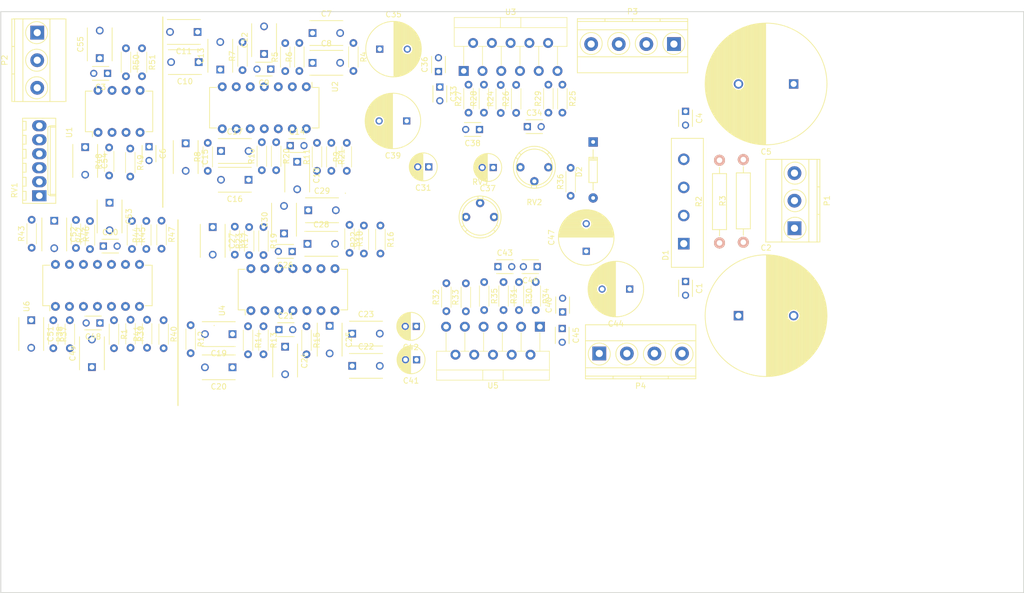
<source format=kicad_pcb>
(kicad_pcb (version 4) (host pcbnew 4.0.5+dfsg1-4)
  (layers (0 F.Cu signal) (31 B.Cu signal) (34 B.Paste user) (35 F.Paste user) (36 B.SilkS user) (37 F.SilkS user) (38 B.Mask user) (39 F.Mask user) (44 Edge.Cuts user))
  (net 0 "")
  (net 1 GND)
  (net 2 "Net-(C10-Pad2)")
  (net 3 "Net-(C12-Pad1)")
  (net 4 "Net-(C17-Pad2)")
  (net 5 +12V)
  (net 6 -12V)
  (net 7 "Net-(C25-Pad1)")
  (net 8 "Net-(C17-Pad1)")
  (net 9 "Net-(C18-Pad1)")
  (net 10 "Net-(C19-Pad2)")
  (net 11 "Net-(C24-Pad1)")
  (net 12 "Net-(C7-Pad1)")
  (net 13 "Net-(C7-Pad2)")
  (net 14 "Net-(C13-Pad1)")
  (net 15 "Net-(C15-Pad1)")
  (net 16 "Net-(C16-Pad1)")
  (net 17 "Net-(C19-Pad1)")
  (net 18 "Net-(C22-Pad2)")
  (net 19 "Net-(C27-Pad1)")
  (net 20 "Net-(C28-Pad1)")
  (net 21 "Net-(C29-Pad1)")
  (net 22 "Net-(C29-Pad2)")
  (net 23 "Net-(C30-Pad1)")
  (net 24 "Net-(R10-Pad1)")
  (net 25 "Net-(R11-Pad1)")
  (net 26 "Net-(R18-Pad1)")
  (net 27 "Net-(R19-Pad1)")
  (net 28 "Net-(RV1-Pad2)")
  (net 29 "Net-(RV1-Pad5)")
  (net 30 "Net-(C10-Pad1)")
  (net 31 "Net-(R24-Pad1)")
  (net 32 "Net-(C34-Pad1)")
  (net 33 "Net-(C22-Pad1)")
  (net 34 "Net-(C37-Pad2)")
  (net 35 "Net-(C38-Pad1)")
  (net 36 "Net-(C42-Pad2)")
  (net 37 "Net-(C43-Pad1)")
  (net 38 "Net-(C46-Pad1)")
  (net 39 "Net-(R27-Pad1)")
  (net 40 "Net-(R30-Pad1)")
  (net 41 "Net-(R33-Pad1)")
  (net 42 /right_high_out)
  (net 43 /right_low_out)
  (net 44 /left_high_out)
  (net 45 /left_low_out)
  (net 46 /-12VAC)
  (net 47 /+12VAC)
  (net 48 /right_tweeter_ph)
  (net 49 /left_tweeter_ph)
  (net 50 /right_woofer_in)
  (net 51 "Net-(C49-Pad2)")
  (net 52 "Net-(C51-Pad1)")
  (net 53 "Net-(C51-Pad2)")
  (net 54 "Net-(C52-Pad1)")
  (net 55 "Net-(C52-Pad2)")
  (net 56 /left_woofer_in)
  (net 57 "Net-(C53-Pad2)")
  (net 58 /right_in)
  (net 59 /left_in)
  (net 60 "Net-(R1-Pad1)")
  (net 61 "Net-(R39-Pad1)")
  (net 62 "Net-(R42-Pad1)")
  (net 63 "Net-(R44-Pad1)")
  (net 64 "Net-(R25-Pad2)")
  (net 65 "Net-(R32-Pad2)")
  (net 66 "Net-(C54-Pad2)")
  (net 67 "Net-(C55-Pad2)")
  (net 68 "Net-(C31-Pad1)")
  (net 69 "Net-(C37-Pad1)")
  (net 70 "Net-(C41-Pad1)")
  (net 71 "Net-(C42-Pad1)")
  (net 72 "Net-(RV2-Pad2)")
  (net 73 "Net-(RV3-Pad2)")
  (net 74 /Vs-6.8V)
  (module Diodes_ThroughHole:Diode_DO-35_SOD27_Horizontal_RM10 (layer F.Cu) (at 134.85336 39.85932 270)
    (fp_text reference D2 (at 5.43052 2.53746 270) (layer F.SilkS))
    (fp_text value 6.8V)
    (pad 2 thru_hole circle (at 10.16052 -0.00254 90) (size 1.69926 1.69926) (drill 0.70104) (layers *.Cu *.Mask) (net 74 /Vs-6.8V))
    (pad 1 thru_hole rect (at 0.00052 -0.00254 90) (size 1.69926 1.69926) (drill 0.70104) (layers *.Cu *.Mask) (net 5 +12V))
  )
  (module Capacitors_ThroughHole:C_Disc_D6_P5 (layer F.Cu) (at 45.42028 24.6507 90)
    (fp_text reference C55 (at 2.5 -3.5 90) (layer F.SilkS))
    (fp_text value 100n)
    (pad 1 thru_hole rect (at 0 0 90) (size 1.4 1.4) (drill 0.9) (layers *.Cu *.Mask) (net 56 /left_woofer_in))
    (pad 2 thru_hole circle (at 5 0 90) (size 1.4 1.4) (drill 0.9) (layers *.Cu *.Mask) (net 67 "Net-(C55-Pad2)"))
  )
  (module Capacitors_ThroughHole:C_Disc_D6_P5 (layer F.Cu) (at 42.78122 40.79748 270)
    (fp_text reference C54 (at 2.5 -3.5 270) (layer F.SilkS))
    (fp_text value 100n)
    (pad 1 thru_hole rect (at 0 0 270) (size 1.4 1.4) (drill 0.9) (layers *.Cu *.Mask) (net 50 /right_woofer_in))
    (pad 2 thru_hole circle (at 5 0 270) (size 1.4 1.4) (drill 0.9) (layers *.Cu *.Mask) (net 66 "Net-(C54-Pad2)"))
  )
  (module TO_SOT_Packages_THT:Multiwatt-11_Vertical_StaggeredType1 (layer F.Cu) (at 125.20168 73.37044 180)
    (fp_text reference U5 (at 8.5 -10.7 180) (layer F.SilkS))
    (fp_text value TDA7292)
    (pad 1 thru_hole rect (at 0 0 180) (size 1.8 1.8) (drill 1) (layers *.Cu *.Mask) (net 6 -12V))
    (pad 2 thru_hole oval (at 1.7 -5.08 180) (size 1.8 1.8) (drill 1) (layers *.Cu *.Mask) (net 44 /left_high_out))
    (pad 3 thru_hole oval (at 3.4 0 180) (size 1.8 1.8) (drill 1) (layers *.Cu *.Mask) (net 5 +12V))
    (pad 4 thru_hole oval (at 5.1 -5.08 180) (size 1.8 1.8) (drill 1) (layers *.Cu *.Mask) (net 45 /left_low_out))
    (pad 5 thru_hole oval (at 6.8 0 180) (size 1.8 1.8) (drill 1) (layers *.Cu *.Mask) (net 74 /Vs-6.8V))
    (pad 6 thru_hole oval (at 8.5 -5.08 180) (size 1.8 1.8) (drill 1) (layers *.Cu *.Mask) (net 6 -12V))
    (pad 7 thru_hole oval (at 10.2 0 180) (size 1.8 1.8) (drill 1) (layers *.Cu *.Mask) (net 70 "Net-(C41-Pad1)"))
    (pad 8 thru_hole oval (at 11.9 -5.08 180) (size 1.8 1.8) (drill 1) (layers *.Cu *.Mask) (net 73 "Net-(RV3-Pad2)"))
    (pad 9 thru_hole oval (at 13.6 0 180) (size 1.8 1.8) (drill 1) (layers *.Cu *.Mask) (net 1 GND))
    (pad 10 thru_hole oval (at 15.3 -5.08 180) (size 1.8 1.8) (drill 1) (layers *.Cu *.Mask) (net 41 "Net-(R33-Pad1)"))
    (pad 11 thru_hole oval (at 17 0 180) (size 1.8 1.8) (drill 1) (layers *.Cu *.Mask) (net 71 "Net-(C42-Pad1)"))
  )
  (module TO_SOT_Packages_THT:Multiwatt-11_Vertical_StaggeredType1 (layer F.Cu) (at 111.4 26.98)
    (fp_text reference U3 (at 8.5 -10.7) (layer F.SilkS))
    (fp_text value TDA7292)
    (pad 1 thru_hole rect (at 0 0) (size 1.8 1.8) (drill 1) (layers *.Cu *.Mask) (net 6 -12V))
    (pad 2 thru_hole oval (at 1.7 -5.08) (size 1.8 1.8) (drill 1) (layers *.Cu *.Mask) (net 42 /right_high_out))
    (pad 3 thru_hole oval (at 3.4 0) (size 1.8 1.8) (drill 1) (layers *.Cu *.Mask) (net 5 +12V))
    (pad 4 thru_hole oval (at 5.1 -5.08) (size 1.8 1.8) (drill 1) (layers *.Cu *.Mask) (net 43 /right_low_out))
    (pad 5 thru_hole oval (at 6.8 0) (size 1.8 1.8) (drill 1) (layers *.Cu *.Mask) (net 74 /Vs-6.8V))
    (pad 6 thru_hole oval (at 8.5 -5.08) (size 1.8 1.8) (drill 1) (layers *.Cu *.Mask) (net 6 -12V))
    (pad 7 thru_hole oval (at 10.2 0) (size 1.8 1.8) (drill 1) (layers *.Cu *.Mask) (net 68 "Net-(C31-Pad1)"))
    (pad 8 thru_hole oval (at 11.9 -5.08) (size 1.8 1.8) (drill 1) (layers *.Cu *.Mask) (net 72 "Net-(RV2-Pad2)"))
    (pad 9 thru_hole oval (at 13.6 0) (size 1.8 1.8) (drill 1) (layers *.Cu *.Mask) (net 1 GND))
    (pad 10 thru_hole oval (at 15.3 -5.08) (size 1.8 1.8) (drill 1) (layers *.Cu *.Mask) (net 39 "Net-(R27-Pad1)"))
    (pad 11 thru_hole oval (at 17 0) (size 1.8 1.8) (drill 1) (layers *.Cu *.Mask) (net 69 "Net-(C37-Pad1)"))
  )
  (module Potentiometers:Potentiometer_Bourns_3339P_Angular_ScrewUp (layer F.Cu) (at 111.82604 53.47208)
    (fp_text reference RV3 (at 2.54 -6.35) (layer F.SilkS))
    (fp_text value "1K POT")
    (pad 2 thru_hole circle (at 2.54 -2.54) (size 1.524 1.524) (drill 0.762) (layers *.Cu *.Mask) (net 73 "Net-(RV3-Pad2)"))
    (pad 1 thru_hole circle (at 0 0) (size 1.524 1.524) (drill 0.762) (layers *.Cu *.Mask) (net 65 "Net-(R32-Pad2)"))
    (pad 3 thru_hole circle (at 5.08 0) (size 1.524 1.524) (drill 0.762) (layers *.Cu *.Mask) (net 40 "Net-(R30-Pad1)"))
  )
  (module Potentiometers:Potentiometer_Bourns_3339P_Angular_ScrewUp (layer F.Cu) (at 126.746 44.45 180)
    (fp_text reference RV2 (at 2.54 -6.35 180) (layer F.SilkS))
    (fp_text value "1K POT")
    (pad 2 thru_hole circle (at 2.54 -2.54 180) (size 1.524 1.524) (drill 0.762) (layers *.Cu *.Mask) (net 72 "Net-(RV2-Pad2)"))
    (pad 1 thru_hole circle (at 0 0 180) (size 1.524 1.524) (drill 0.762) (layers *.Cu *.Mask) (net 64 "Net-(R25-Pad2)"))
    (pad 3 thru_hole circle (at 5.08 0 180) (size 1.524 1.524) (drill 0.762) (layers *.Cu *.Mask) (net 31 "Net-(R24-Pad1)"))
  )
  (module Housings_DIP:DIP-14_W7.62mm (layer F.Cu) (at 37.38524 69.6982 90)
    (fp_text reference U6 (at 0 -5.22 90) (layer F.SilkS))
    (fp_text value TL074)
    (pad 1 thru_hole oval (at 0 0 90) (size 1.6 1.6) (drill 0.8) (layers *.Cu *.Mask) (net 52 "Net-(C51-Pad1)"))
    (pad 2 thru_hole oval (at 0 2.54 90) (size 1.6 1.6) (drill 0.8) (layers *.Cu *.Mask) (net 51 "Net-(C49-Pad2)"))
    (pad 3 thru_hole oval (at 0 5.08 90) (size 1.6 1.6) (drill 0.8) (layers *.Cu *.Mask) (net 60 "Net-(R1-Pad1)"))
    (pad 4 thru_hole oval (at 0 7.62 90) (size 1.6 1.6) (drill 0.8) (layers *.Cu *.Mask) (net 5 +12V))
    (pad 5 thru_hole oval (at 0 10.16 90) (size 1.6 1.6) (drill 0.8) (layers *.Cu *.Mask) (net 61 "Net-(R39-Pad1)"))
    (pad 6 thru_hole oval (at 0 12.7 90) (size 1.6 1.6) (drill 0.8) (layers *.Cu *.Mask) (net 53 "Net-(C51-Pad2)"))
    (pad 7 thru_hole oval (at 0 15.24 90) (size 1.6 1.6) (drill 0.8) (layers *.Cu *.Mask) (net 48 /right_tweeter_ph))
    (pad 8 thru_hole oval (at 7.62 15.24 90) (size 1.6 1.6) (drill 0.8) (layers *.Cu *.Mask) (net 54 "Net-(C52-Pad1)"))
    (pad 9 thru_hole oval (at 7.62 12.7 90) (size 1.6 1.6) (drill 0.8) (layers *.Cu *.Mask) (net 57 "Net-(C53-Pad2)"))
    (pad 10 thru_hole oval (at 7.62 10.16 90) (size 1.6 1.6) (drill 0.8) (layers *.Cu *.Mask) (net 63 "Net-(R44-Pad1)"))
    (pad 11 thru_hole oval (at 7.62 7.62 90) (size 1.6 1.6) (drill 0.8) (layers *.Cu *.Mask) (net 6 -12V))
    (pad 12 thru_hole oval (at 7.62 5.08 90) (size 1.6 1.6) (drill 0.8) (layers *.Cu *.Mask) (net 62 "Net-(R42-Pad1)"))
    (pad 13 thru_hole oval (at 7.62 2.54 90) (size 1.6 1.6) (drill 0.8) (layers *.Cu *.Mask) (net 55 "Net-(C52-Pad2)"))
    (pad 14 thru_hole oval (at 7.62 0 90) (size 1.6 1.6) (drill 0.8) (layers *.Cu *.Mask) (net 49 /left_tweeter_ph))
  )
  (module Capacitors_ThroughHole:C_Disc_D6_P5 (layer F.Cu) (at 47.20234 50.87172 270)
    (fp_text reference C53 (at 2.5 -3.5 270) (layer F.SilkS))
    (fp_text value 100n)
    (pad 1 thru_hole rect (at 0 0 270) (size 1.4 1.4) (drill 0.9) (layers *.Cu *.Mask) (net 56 /left_woofer_in))
    (pad 2 thru_hole circle (at 5 0 270) (size 1.4 1.4) (drill 0.9) (layers *.Cu *.Mask) (net 57 "Net-(C53-Pad2)"))
  )
  (module Capacitors_ThroughHole:C_Disc_D6_P5 (layer F.Cu) (at 37.17188 54.13816 270)
    (fp_text reference C52 (at 2.5 -3.5 270) (layer F.SilkS))
    (fp_text value 100n)
    (pad 1 thru_hole rect (at 0 0 270) (size 1.4 1.4) (drill 0.9) (layers *.Cu *.Mask) (net 54 "Net-(C52-Pad1)"))
    (pad 2 thru_hole circle (at 5 0 270) (size 1.4 1.4) (drill 0.9) (layers *.Cu *.Mask) (net 55 "Net-(C52-Pad2)"))
  )
  (module Capacitors_ThroughHole:C_Disc_D6_P5 (layer F.Cu) (at 33 72.2 270)
    (fp_text reference C51 (at 2.5 -3.5 270) (layer F.SilkS))
    (fp_text value 100n)
    (pad 1 thru_hole rect (at 0 0 270) (size 1.4 1.4) (drill 0.9) (layers *.Cu *.Mask) (net 52 "Net-(C51-Pad1)"))
    (pad 2 thru_hole circle (at 5 0 270) (size 1.4 1.4) (drill 0.9) (layers *.Cu *.Mask) (net 53 "Net-(C51-Pad2)"))
  )
  (module Capacitors_ThroughHole:C_Disc_D3_P2.5 (layer F.Cu) (at 46.0714 58.75334)
    (fp_text reference C50 (at 1.25 -2.5) (layer F.SilkS))
    (fp_text value 100n)
    (pad 1 thru_hole rect (at 0 0) (size 1.3 1.3) (drill 0.8) (layers *.Cu *.Mask) (net 6 -12V))
    (pad 2 thru_hole circle (at 2.5 0) (size 1.3 1.3) (drill 0.8001) (layers *.Cu *.Mask) (net 1 GND))
  )
  (module Capacitors_ThroughHole:C_Disc_D6_P5 (layer F.Cu) (at 44 80.7 90)
    (fp_text reference C49 (at 2.5 -3.5 90) (layer F.SilkS))
    (fp_text value 100n)
    (pad 1 thru_hole rect (at 0 0 90) (size 1.4 1.4) (drill 0.9) (layers *.Cu *.Mask) (net 50 /right_woofer_in))
    (pad 2 thru_hole circle (at 5 0 90) (size 1.4 1.4) (drill 0.9) (layers *.Cu *.Mask) (net 51 "Net-(C49-Pad2)"))
  )
  (module Capacitors_ThroughHole:C_Disc_D3_P2.5 (layer F.Cu) (at 45.45736 72.7 180)
    (fp_text reference C48 (at 1.25 -2.5 180) (layer F.SilkS))
    (fp_text value 100n)
    (pad 1 thru_hole rect (at 0 0 180) (size 1.3 1.3) (drill 0.8) (layers *.Cu *.Mask) (net 5 +12V))
    (pad 2 thru_hole circle (at 2.5 0 180) (size 1.3 1.3) (drill 0.8001) (layers *.Cu *.Mask) (net 1 GND))
  )
  (module Capacitors_ThroughHole:C_Radial_D10_L20_P5 (layer F.Cu) (at 133.604 59.69 90)
    (fp_text reference C47 (at 2.5 -6.3 90) (layer F.SilkS))
    (fp_text value 1000u)
    (pad 1 thru_hole rect (at 0 0 90) (size 1.3 1.3) (drill 0.8) (layers *.Cu *.Mask) (net 5 +12V))
    (pad 2 thru_hole circle (at 5 0 90) (size 1.3 1.3) (drill 0.8) (layers *.Cu *.Mask) (net 1 GND))
  )
  (module Capacitors_ThroughHole:C_Radial_D22_L41_P10 (layer F.Cu) (at 171.20362 29.337 180)
    (fp_text reference C5 (at 5 -12.3 180) (layer F.SilkS))
    (fp_text value 6800u)
    (pad 1 thru_hole rect (at 0 0 180) (size 1.7 1.7) (drill 1.1) (layers *.Cu *.Mask) (net 1 GND))
    (pad 2 thru_hole circle (at 10 0 180) (size 1.7 1.7) (drill 1.1) (layers *.Cu *.Mask) (net 6 -12V))
  )
  (module Capacitors_ThroughHole:C_Radial_D22_L41_P10 (layer F.Cu) (at 161.20362 71.374)
    (fp_text reference C2 (at 5 -12.3) (layer F.SilkS))
    (fp_text value 6800u)
    (pad 1 thru_hole rect (at 0 0) (size 1.7 1.7) (drill 1.1) (layers *.Cu *.Mask) (net 5 +12V))
    (pad 2 thru_hole circle (at 10 0) (size 1.7 1.7) (drill 1.1) (layers *.Cu *.Mask) (net 1 GND))
  )
  (module Diodes_ThroughHole:Diode_Bridge_18.5x5.5 (layer F.Cu) (at 151.288096 58.305796 90)
    (fp_text reference D1 (at -2.1 -3.3 90) (layer F.SilkS))
    (fp_text value Diode_Bridge)
    (pad 3 thru_hole rect (at 0 0 90) (size 2.1 2.1) (drill 1.3) (layers *.Cu *.Mask) (net 5 +12V))
    (pad 2 thru_hole circle (at 5.1 0 90) (size 2.1 2.1) (drill 1.3) (layers *.Cu *.Mask) (net 46 /-12VAC))
    (pad 1 thru_hole circle (at 15.3 0 90) (size 2.1 2.1) (drill 1.3) (layers *.Cu *.Mask) (net 6 -12V))
    (pad 4 thru_hole circle (at 10.2 0 90) (size 2.1 2.1) (drill 1.3) (layers *.Cu *.Mask) (net 47 /+12VAC))
  )
  (module Connectors_Molex:Molex_KK-6410-06_06x2.54mm_Straight (layer F.Cu) (at 34.4678 49.6189 90)
    (fp_text reference RV1 (at 1 -4.5 90) (layer F.SilkS))
    (fp_text value DUAL_POT)
    (pad 1 thru_hole rect (at 0 0 90) (size 2 2.6) (drill 1.2) (layers *.Cu *.Mask) (net 58 /right_in))
    (pad 2 thru_hole oval (at 2.54 0 90) (size 2 2.6) (drill 1.2) (layers *.Cu *.Mask) (net 28 "Net-(RV1-Pad2)"))
    (pad 3 thru_hole oval (at 5.08 0 90) (size 2 2.6) (drill 1.2) (layers *.Cu *.Mask) (net 1 GND))
    (pad 4 thru_hole oval (at 7.62 0 90) (size 2 2.6) (drill 1.2) (layers *.Cu *.Mask) (net 59 /left_in))
    (pad 5 thru_hole oval (at 10.16 0 90) (size 2 2.6) (drill 1.2) (layers *.Cu *.Mask) (net 29 "Net-(RV1-Pad5)"))
    (pad 6 thru_hole oval (at 12.7 0 90) (size 2 2.6) (drill 1.2) (layers *.Cu *.Mask) (net 1 GND))
  )
  (module Terminal_Blocks:TerminalBlock_Pheonix_MKDS1.5-4pol (layer F.Cu) (at 149.5 22.1 180)
    (fp_text reference P3 (at 7.5 5.9 180) (layer F.SilkS))
    (fp_text value CONN_01X04)
    (pad 4 thru_hole circle (at 15 0 180) (size 2.5 2.5) (drill 1.3) (layers *.Cu *.Mask) (net 42 /right_high_out))
    (pad 3 thru_hole circle (at 10 0 180) (size 2.5 2.5) (drill 1.3) (layers *.Cu *.Mask) (net 1 GND))
    (pad 1 thru_hole rect (at 0 0 180) (size 2.5 2.5) (drill 1.3) (layers *.Cu *.Mask) (net 43 /right_low_out))
    (pad 2 thru_hole circle (at 5 0 180) (size 2.5 2.5) (drill 1.3) (layers *.Cu *.Mask) (net 1 GND))
  )
  (module Terminal_Blocks:TerminalBlock_Pheonix_MKDS1.5-4pol (layer F.Cu) (at 135.97 78.232)
    (fp_text reference P4 (at 7.5 5.9) (layer F.SilkS))
    (fp_text value CONN_01X04)
    (pad 4 thru_hole circle (at 15 0) (size 2.5 2.5) (drill 1.3) (layers *.Cu *.Mask) (net 44 /left_high_out))
    (pad 3 thru_hole circle (at 10 0) (size 2.5 2.5) (drill 1.3) (layers *.Cu *.Mask) (net 1 GND))
    (pad 1 thru_hole rect (at 0 0) (size 2.5 2.5) (drill 1.3) (layers *.Cu *.Mask) (net 45 /left_low_out))
    (pad 2 thru_hole circle (at 5 0) (size 2.5 2.5) (drill 1.3) (layers *.Cu *.Mask) (net 1 GND))
  )
  (module Terminal_Blocks:TerminalBlock_Pheonix_MKDS1.5-3pol (layer F.Cu) (at 34.0868 20.0279 270)
    (fp_text reference P2 (at 5 5.9 270) (layer F.SilkS))
    (fp_text value CONN_01X03)
    (pad 3 thru_hole circle (at 10 0 270) (size 2.5 2.5) (drill 1.3) (layers *.Cu *.Mask) (net 58 /right_in))
    (pad 1 thru_hole rect (at 0 0 270) (size 2.5 2.5) (drill 1.3) (layers *.Cu *.Mask) (net 59 /left_in))
    (pad 2 thru_hole circle (at 5 0 270) (size 2.5 2.5) (drill 1.3) (layers *.Cu *.Mask) (net 1 GND))
  )
  (module Capacitors_ThroughHole:C_Disc_D3_P2.5 (layer F.Cu) (at 124.714 62.484 180)
    (fp_text reference C46 (at 1.25 -2.5 180) (layer F.SilkS))
    (fp_text value 100n)
    (pad 1 thru_hole rect (at 0 0 180) (size 1.3 1.3) (drill 0.8) (layers *.Cu *.Mask) (net 38 "Net-(C46-Pad1)"))
    (pad 2 thru_hole circle (at 2.5 0 180) (size 1.3 1.3) (drill 0.8001) (layers *.Cu *.Mask) (net 1 GND))
  )
  (module Capacitors_ThroughHole:C_Disc_D3_P2.5 (layer F.Cu) (at 129.25298 73.6981 270)
    (fp_text reference C45 (at 1.25 -2.5 270) (layer F.SilkS))
    (fp_text value 100n)
    (pad 1 thru_hole rect (at 0 0 270) (size 1.3 1.3) (drill 0.8) (layers *.Cu *.Mask) (net 6 -12V))
    (pad 2 thru_hole circle (at 2.5 0 270) (size 1.3 1.3) (drill 0.8001) (layers *.Cu *.Mask) (net 1 GND))
  )
  (module Capacitors_ThroughHole:C_Radial_D10_L20_P5 (layer F.Cu) (at 141.478 66.548 180)
    (fp_text reference C44 (at 2.5 -6.3 180) (layer F.SilkS))
    (fp_text value 1000u)
    (pad 1 thru_hole rect (at 0 0 180) (size 1.3 1.3) (drill 0.8) (layers *.Cu *.Mask) (net 1 GND))
    (pad 2 thru_hole circle (at 5 0 180) (size 1.3 1.3) (drill 0.8) (layers *.Cu *.Mask) (net 6 -12V))
  )
  (module Capacitors_ThroughHole:C_Disc_D3_P2.5 (layer F.Cu) (at 117.602 62.484)
    (fp_text reference C43 (at 1.25 -2.5) (layer F.SilkS))
    (fp_text value 100n)
    (pad 1 thru_hole rect (at 0 0) (size 1.3 1.3) (drill 0.8) (layers *.Cu *.Mask) (net 37 "Net-(C43-Pad1)"))
    (pad 2 thru_hole circle (at 2.5 0) (size 1.3 1.3) (drill 0.8001) (layers *.Cu *.Mask) (net 1 GND))
  )
  (module Capacitors_ThroughHole:C_Radial_D5_L11_P2 (layer F.Cu) (at 102.80244 73.31202 180)
    (fp_text reference C42 (at 1 -3.8 180) (layer F.SilkS))
    (fp_text value 1u)
    (pad 1 thru_hole rect (at 0 0 180) (size 1.3 1.3) (drill 0.8) (layers *.Cu *.Mask) (net 71 "Net-(C42-Pad1)"))
    (pad 2 thru_hole circle (at 2 0 180) (size 1.3 1.3) (drill 0.8) (layers *.Cu *.Mask) (net 36 "Net-(C42-Pad2)"))
  )
  (module Capacitors_ThroughHole:C_Radial_D5_L11_P2 (layer F.Cu) (at 102.84714 79.36992 180)
    (fp_text reference C41 (at 1 -3.8 180) (layer F.SilkS))
    (fp_text value 1u)
    (pad 1 thru_hole rect (at 0 0 180) (size 1.3 1.3) (drill 0.8) (layers *.Cu *.Mask) (net 70 "Net-(C41-Pad1)"))
    (pad 2 thru_hole circle (at 2 0 180) (size 1.3 1.3) (drill 0.8) (layers *.Cu *.Mask) (net 33 "Net-(C22-Pad1)"))
  )
  (module Capacitors_ThroughHole:C_Disc_D3_P2.5 (layer F.Cu) (at 129.3241 70.70408 90)
    (fp_text reference C40 (at 1.25 -2.5 90) (layer F.SilkS))
    (fp_text value 100n)
    (pad 1 thru_hole rect (at 0 0 90) (size 1.3 1.3) (drill 0.8) (layers *.Cu *.Mask) (net 5 +12V))
    (pad 2 thru_hole circle (at 2.5 0 90) (size 1.3 1.3) (drill 0.8001) (layers *.Cu *.Mask) (net 1 GND))
  )
  (module Capacitors_ThroughHole:C_Radial_D10_L20_P5 (layer F.Cu) (at 101.06374 36.04476 180)
    (fp_text reference C39 (at 2.5 -6.3 180) (layer F.SilkS))
    (fp_text value 1000u)
    (pad 1 thru_hole rect (at 0 0 180) (size 1.3 1.3) (drill 0.8) (layers *.Cu *.Mask) (net 5 +12V))
    (pad 2 thru_hole circle (at 5 0 180) (size 1.3 1.3) (drill 0.8) (layers *.Cu *.Mask) (net 1 GND))
  )
  (module Capacitors_ThroughHole:C_Disc_D3_P2.5 (layer F.Cu) (at 114.26 37.592 180)
    (fp_text reference C38 (at 1.25 -2.5 180) (layer F.SilkS))
    (fp_text value 100n)
    (pad 1 thru_hole rect (at 0 0 180) (size 1.3 1.3) (drill 0.8) (layers *.Cu *.Mask) (net 35 "Net-(C38-Pad1)"))
    (pad 2 thru_hole circle (at 2.5 0 180) (size 1.3 1.3) (drill 0.8001) (layers *.Cu *.Mask) (net 1 GND))
  )
  (module Capacitors_ThroughHole:C_Radial_D5_L11_P2 (layer F.Cu) (at 116.74704 44.4881 180)
    (fp_text reference C37 (at 1 -3.8 180) (layer F.SilkS))
    (fp_text value 1u)
    (pad 1 thru_hole rect (at 0 0 180) (size 1.3 1.3) (drill 0.8) (layers *.Cu *.Mask) (net 69 "Net-(C37-Pad1)"))
    (pad 2 thru_hole circle (at 2 0 180) (size 1.3 1.3) (drill 0.8) (layers *.Cu *.Mask) (net 34 "Net-(C37-Pad2)"))
  )
  (module Capacitors_ThroughHole:C_Disc_D3_P2.5 (layer F.Cu) (at 106.82446 27.07412 90)
    (fp_text reference C36 (at 1.25 -2.5 90) (layer F.SilkS))
    (fp_text value 100n)
    (pad 1 thru_hole rect (at 0 0 90) (size 1.3 1.3) (drill 0.8) (layers *.Cu *.Mask) (net 6 -12V))
    (pad 2 thru_hole circle (at 2.5 0 90) (size 1.3 1.3) (drill 0.8001) (layers *.Cu *.Mask) (net 1 GND))
  )
  (module Capacitors_ThroughHole:C_Radial_D10_L20_P5 (layer F.Cu) (at 96.1755 23.0171)
    (fp_text reference C35 (at 2.5 -6.3) (layer F.SilkS))
    (fp_text value 1000u)
    (pad 1 thru_hole rect (at 0 0) (size 1.3 1.3) (drill 0.8) (layers *.Cu *.Mask) (net 1 GND))
    (pad 2 thru_hole circle (at 5 0) (size 1.3 1.3) (drill 0.8) (layers *.Cu *.Mask) (net 6 -12V))
  )
  (module Capacitors_ThroughHole:C_Disc_D3_P2.5 (layer F.Cu) (at 122.936 37.084)
    (fp_text reference C34 (at 1.25 -2.5) (layer F.SilkS))
    (fp_text value 100n)
    (pad 1 thru_hole rect (at 0 0) (size 1.3 1.3) (drill 0.8) (layers *.Cu *.Mask) (net 32 "Net-(C34-Pad1)"))
    (pad 2 thru_hole circle (at 2.5 0) (size 1.3 1.3) (drill 0.8001) (layers *.Cu *.Mask) (net 1 GND))
  )
  (module Capacitors_ThroughHole:C_Disc_D3_P2.5 (layer F.Cu) (at 107.0683 29.88716 270)
    (fp_text reference C33 (at 1.25 -2.5 270) (layer F.SilkS))
    (fp_text value 100n)
    (pad 1 thru_hole rect (at 0 0 270) (size 1.3 1.3) (drill 0.8) (layers *.Cu *.Mask) (net 5 +12V))
    (pad 2 thru_hole circle (at 2.5 0 270) (size 1.3 1.3) (drill 0.8001) (layers *.Cu *.Mask) (net 1 GND))
  )
  (module Capacitors_ThroughHole:C_Radial_D5_L11_P2 (layer F.Cu) (at 105.06272 44.3785 180)
    (fp_text reference C31 (at 1 -3.8 180) (layer F.SilkS))
    (fp_text value 1u)
    (pad 1 thru_hole rect (at 0 0 180) (size 1.3 1.3) (drill 0.8) (layers *.Cu *.Mask) (net 68 "Net-(C31-Pad1)"))
    (pad 2 thru_hole circle (at 2 0 180) (size 1.3 1.3) (drill 0.8) (layers *.Cu *.Mask) (net 30 "Net-(C10-Pad1)"))
  )
  (module Housings_DIP:DIP-14_W7.62mm (layer F.Cu) (at 72.8182 70.45784 90)
    (fp_text reference U4 (at 0 -5.22 90) (layer F.SilkS))
    (fp_text value TL074)
    (pad 1 thru_hole oval (at 0 0 90) (size 1.6 1.6) (drill 0.8) (layers *.Cu *.Mask) (net 17 "Net-(C19-Pad1)"))
    (pad 2 thru_hole oval (at 0 2.54 90) (size 1.6 1.6) (drill 0.8) (layers *.Cu *.Mask) (net 17 "Net-(C19-Pad1)"))
    (pad 3 thru_hole oval (at 0 5.08 90) (size 1.6 1.6) (drill 0.8) (layers *.Cu *.Mask) (net 11 "Net-(C24-Pad1)"))
    (pad 4 thru_hole oval (at 0 7.62 90) (size 1.6 1.6) (drill 0.8) (layers *.Cu *.Mask) (net 5 +12V))
    (pad 5 thru_hole oval (at 0 10.16 90) (size 1.6 1.6) (drill 0.8) (layers *.Cu *.Mask) (net 7 "Net-(C25-Pad1)"))
    (pad 6 thru_hole oval (at 0 12.7 90) (size 1.6 1.6) (drill 0.8) (layers *.Cu *.Mask) (net 33 "Net-(C22-Pad1)"))
    (pad 7 thru_hole oval (at 0 15.24 90) (size 1.6 1.6) (drill 0.8) (layers *.Cu *.Mask) (net 33 "Net-(C22-Pad1)"))
    (pad 8 thru_hole oval (at 7.62 15.24 90) (size 1.6 1.6) (drill 0.8) (layers *.Cu *.Mask) (net 22 "Net-(C29-Pad2)"))
    (pad 9 thru_hole oval (at 7.62 12.7 90) (size 1.6 1.6) (drill 0.8) (layers *.Cu *.Mask) (net 22 "Net-(C29-Pad2)"))
    (pad 10 thru_hole oval (at 7.62 10.16 90) (size 1.6 1.6) (drill 0.8) (layers *.Cu *.Mask) (net 20 "Net-(C28-Pad1)"))
    (pad 11 thru_hole oval (at 7.62 7.62 90) (size 1.6 1.6) (drill 0.8) (layers *.Cu *.Mask) (net 6 -12V))
    (pad 12 thru_hole oval (at 7.62 5.08 90) (size 1.6 1.6) (drill 0.8) (layers *.Cu *.Mask) (net 23 "Net-(C30-Pad1)"))
    (pad 13 thru_hole oval (at 7.62 2.54 90) (size 1.6 1.6) (drill 0.8) (layers *.Cu *.Mask) (net 36 "Net-(C42-Pad2)"))
    (pad 14 thru_hole oval (at 7.62 0 90) (size 1.6 1.6) (drill 0.8) (layers *.Cu *.Mask) (net 36 "Net-(C42-Pad2)"))
  )
  (module Housings_DIP:DIP-8_W7.62mm (layer F.Cu) (at 45.1104 38.1254 90)
    (fp_text reference U1 (at 0 -5.22 90) (layer F.SilkS))
    (fp_text value TL072)
    (pad 1 thru_hole oval (at 0 0 90) (size 1.6 1.6) (drill 0.8) (layers *.Cu *.Mask) (net 50 /right_woofer_in))
    (pad 2 thru_hole oval (at 0 2.54 90) (size 1.6 1.6) (drill 0.8) (layers *.Cu *.Mask) (net 66 "Net-(C54-Pad2)"))
    (pad 3 thru_hole oval (at 0 5.08 90) (size 1.6 1.6) (drill 0.8) (layers *.Cu *.Mask) (net 28 "Net-(RV1-Pad2)"))
    (pad 4 thru_hole oval (at 0 7.62 90) (size 1.6 1.6) (drill 0.8) (layers *.Cu *.Mask) (net 6 -12V))
    (pad 5 thru_hole oval (at 7.62 7.62 90) (size 1.6 1.6) (drill 0.8) (layers *.Cu *.Mask) (net 29 "Net-(RV1-Pad5)"))
    (pad 6 thru_hole oval (at 7.62 5.08 90) (size 1.6 1.6) (drill 0.8) (layers *.Cu *.Mask) (net 67 "Net-(C55-Pad2)"))
    (pad 7 thru_hole oval (at 7.62 2.54 90) (size 1.6 1.6) (drill 0.8) (layers *.Cu *.Mask) (net 56 /left_woofer_in))
    (pad 8 thru_hole oval (at 7.62 0 90) (size 1.6 1.6) (drill 0.8) (layers *.Cu *.Mask) (net 5 +12V))
  )
  (module Capacitors_ThroughHole:C_Disc_D6_P5 (layer F.Cu) (at 78.82276 56.46626 90)
    (fp_text reference C30 (at 2.5 -3.5 90) (layer F.SilkS))
    (fp_text value 100n)
    (pad 1 thru_hole rect (at 0 0 90) (size 1.4 1.4) (drill 0.9) (layers *.Cu *.Mask) (net 23 "Net-(C30-Pad1)"))
    (pad 2 thru_hole circle (at 5 0 90) (size 1.4 1.4) (drill 0.9) (layers *.Cu *.Mask) (net 21 "Net-(C29-Pad1)"))
  )
  (module Capacitors_ThroughHole:C_Disc_D6_P5 (layer F.Cu) (at 83.21442 52.24858)
    (fp_text reference C29 (at 2.5 -3.5) (layer F.SilkS))
    (fp_text value 100n)
    (pad 1 thru_hole rect (at 0 0) (size 1.4 1.4) (drill 0.9) (layers *.Cu *.Mask) (net 21 "Net-(C29-Pad1)"))
    (pad 2 thru_hole circle (at 5 0) (size 1.4 1.4) (drill 0.9) (layers *.Cu *.Mask) (net 22 "Net-(C29-Pad2)"))
  )
  (module Capacitors_ThroughHole:C_Disc_D3_P2.5 (layer F.Cu) (at 80.29914 59.71364 180)
    (fp_text reference C26 (at 1.25 -2.5 180) (layer F.SilkS))
    (fp_text value 100n)
    (pad 1 thru_hole rect (at 0 0 180) (size 1.3 1.3) (drill 0.8) (layers *.Cu *.Mask) (net 6 -12V))
    (pad 2 thru_hole circle (at 2.5 0 180) (size 1.3 1.3) (drill 0.8001) (layers *.Cu *.Mask) (net 1 GND))
  )
  (module Capacitors_ThroughHole:C_Disc_D3_P2.5 (layer F.Cu) (at 77.90518 73.91224)
    (fp_text reference C21 (at 1.25 -2.5) (layer F.SilkS))
    (fp_text value 100n)
    (pad 1 thru_hole rect (at 0 0) (size 1.3 1.3) (drill 0.8) (layers *.Cu *.Mask) (net 1 GND))
    (pad 2 thru_hole circle (at 2.5 0) (size 1.3 1.3) (drill 0.8001) (layers *.Cu *.Mask) (net 5 +12V))
  )
  (module Capacitors_ThroughHole:C_Disc_D6_P5 (layer F.Cu) (at 72.4 46.713366 180)
    (fp_text reference C16 (at 2.5 -3.5 180) (layer F.SilkS))
    (fp_text value 100n)
    (pad 1 thru_hole rect (at 0 0 180) (size 1.4 1.4) (drill 0.9) (layers *.Cu *.Mask) (net 16 "Net-(C16-Pad1)"))
    (pad 2 thru_hole circle (at 5 0 180) (size 1.4 1.4) (drill 0.9) (layers *.Cu *.Mask) (net 15 "Net-(C15-Pad1)"))
  )
  (module Capacitors_ThroughHole:C_Disc_D6_P5 (layer F.Cu) (at 61 40.1 270)
    (fp_text reference C15 (at 2.5 -3.5 270) (layer F.SilkS))
    (fp_text value 100n)
    (pad 1 thru_hole rect (at 0 0 270) (size 1.4 1.4) (drill 0.9) (layers *.Cu *.Mask) (net 15 "Net-(C15-Pad1)"))
    (pad 2 thru_hole circle (at 5 0 270) (size 1.4 1.4) (drill 0.9) (layers *.Cu *.Mask) (net 48 /right_tweeter_ph))
  )
  (module Capacitors_ThroughHole:C_Disc_D6_P5 (layer F.Cu) (at 67.26722 26.7283 90)
    (fp_text reference C13 (at 2.5 -3.5 90) (layer F.SilkS))
    (fp_text value 100n)
    (pad 1 thru_hole rect (at 0 0 90) (size 1.4 1.4) (drill 0.9) (layers *.Cu *.Mask) (net 14 "Net-(C13-Pad1)"))
    (pad 2 thru_hole circle (at 5 0 90) (size 1.4 1.4) (drill 0.9) (layers *.Cu *.Mask) (net 1 GND))
  )
  (module Capacitors_ThroughHole:C_Disc_D3_P2.5 (layer F.Cu) (at 76.424478 26.644826 180)
    (fp_text reference C9 (at 1.25 -2.5 180) (layer F.SilkS))
    (fp_text value 100n)
    (pad 1 thru_hole rect (at 0 0 180) (size 1.3 1.3) (drill 0.8) (layers *.Cu *.Mask) (net 1 GND))
    (pad 2 thru_hole circle (at 2.5 0 180) (size 1.3 1.3) (drill 0.8001) (layers *.Cu *.Mask) (net 5 +12V))
  )
  (module Capacitors_ThroughHole:C_Disc_D3_P2.5 (layer F.Cu) (at 54.35346 40.7289 270)
    (fp_text reference C6 (at 1.25 -2.5 270) (layer F.SilkS))
    (fp_text value 100n)
    (pad 1 thru_hole rect (at 0 0 270) (size 1.3 1.3) (drill 0.8) (layers *.Cu *.Mask) (net 6 -12V))
    (pad 2 thru_hole circle (at 2.5 0 270) (size 1.3 1.3) (drill 0.8001) (layers *.Cu *.Mask) (net 1 GND))
  )
  (module Capacitors_ThroughHole:C_Disc_D3_P2.5 (layer F.Cu) (at 151.605596 34.302796 270)
    (fp_text reference C4 (at 1.25 -2.5 270) (layer F.SilkS))
    (fp_text value 100n)
    (pad 1 thru_hole rect (at 0 0 270) (size 1.3 1.3) (drill 0.8) (layers *.Cu *.Mask) (net 1 GND))
    (pad 2 thru_hole circle (at 2.5 0 270) (size 1.3 1.3) (drill 0.8001) (layers *.Cu *.Mask) (net 6 -12V))
  )
  (module Capacitors_ThroughHole:C_Disc_D3_P2.5 (layer F.Cu) (at 46.83252 27.41422 180)
    (fp_text reference C3 (at 1.25 -2.5 180) (layer F.SilkS))
    (fp_text value 100n)
    (pad 1 thru_hole rect (at 0 0 180) (size 1.3 1.3) (drill 0.8) (layers *.Cu *.Mask) (net 1 GND))
    (pad 2 thru_hole circle (at 2.5 0 180) (size 1.3 1.3) (drill 0.8001) (layers *.Cu *.Mask) (net 5 +12V))
  )
  (module Resistors_ThroughHole:Resistor_Horizontal_RM15mm (layer F.Cu) (at 162.083096 58.051796 90)
    (fp_text reference R3 (at 7.5 -3.74904 90) (layer F.SilkS))
    (fp_text value "1K 1W")
    (pad 1 thru_hole circle (at 0 0 90) (size 1.99898 1.99898) (drill 1.00076) (layers *.Cu *.SilkS *.Mask) (net 1 GND))
    (pad 2 thru_hole circle (at 15 0 90) (size 1.99898 1.99898) (drill 1.00076) (layers *.Cu *.SilkS *.Mask) (net 6 -12V))
  )
  (module Resistors_ThroughHole:Resistor_Horizontal_RM15mm (layer F.Cu) (at 157.765096 58.178796 90)
    (fp_text reference R2 (at 7.5 -3.74904 90) (layer F.SilkS))
    (fp_text value "1K 1W")
    (pad 1 thru_hole circle (at 0 0 90) (size 1.99898 1.99898) (drill 1.00076) (layers *.Cu *.SilkS *.Mask) (net 5 +12V))
    (pad 2 thru_hole circle (at 15 0 90) (size 1.99898 1.99898) (drill 1.00076) (layers *.Cu *.SilkS *.Mask) (net 1 GND))
  )
  (module Capacitors_ThroughHole:C_Disc_D6_P5 (layer F.Cu) (at 83.07472 58.34204)
    (fp_text reference C28 (at 2.5 -3.5) (layer F.SilkS))
    (fp_text value 100n)
    (pad 1 thru_hole rect (at 0 0) (size 1.4 1.4) (drill 0.9) (layers *.Cu *.Mask) (net 20 "Net-(C28-Pad1)"))
    (pad 2 thru_hole circle (at 5 0) (size 1.4 1.4) (drill 0.9) (layers *.Cu *.Mask) (net 19 "Net-(C27-Pad1)"))
  )
  (module Capacitors_ThroughHole:C_Disc_D6_P5 (layer F.Cu) (at 87.1 73.2239 270)
    (fp_text reference C25 (at 2.5 -3.5 270) (layer F.SilkS))
    (fp_text value 100n)
    (pad 1 thru_hole rect (at 0 0 270) (size 1.4 1.4) (drill 0.9) (layers *.Cu *.Mask) (net 7 "Net-(C25-Pad1)"))
    (pad 2 thru_hole circle (at 5 0 270) (size 1.4 1.4) (drill 0.9) (layers *.Cu *.Mask) (net 1 GND))
  )
  (module Capacitors_ThroughHole:C_Disc_D6_P5 (layer F.Cu) (at 79.0285 77.00976 270)
    (fp_text reference C24 (at 2.5 -3.5 270) (layer F.SilkS))
    (fp_text value 100n)
    (pad 1 thru_hole rect (at 0 0 270) (size 1.4 1.4) (drill 0.9) (layers *.Cu *.Mask) (net 11 "Net-(C24-Pad1)"))
    (pad 2 thru_hole circle (at 5 0 270) (size 1.4 1.4) (drill 0.9) (layers *.Cu *.Mask) (net 1 GND))
  )
  (module Capacitors_ThroughHole:C_Disc_D6_P5 (layer F.Cu) (at 91.18198 74.62786)
    (fp_text reference C23 (at 2.5 -3.5) (layer F.SilkS))
    (fp_text value 100n)
    (pad 1 thru_hole rect (at 0 0) (size 1.4 1.4) (drill 0.9) (layers *.Cu *.Mask) (net 33 "Net-(C22-Pad1)"))
    (pad 2 thru_hole circle (at 5 0) (size 1.4 1.4) (drill 0.9) (layers *.Cu *.Mask) (net 18 "Net-(C22-Pad2)"))
  )
  (module Capacitors_ThroughHole:C_Disc_D6_P5 (layer F.Cu) (at 84 25.5)
    (fp_text reference C8 (at 2.5 -3.5) (layer F.SilkS))
    (fp_text value 100n)
    (pad 1 thru_hole rect (at 0 0) (size 1.4 1.4) (drill 0.9) (layers *.Cu *.Mask) (net 12 "Net-(C7-Pad1)"))
    (pad 2 thru_hole circle (at 5 0) (size 1.4 1.4) (drill 0.9) (layers *.Cu *.Mask) (net 13 "Net-(C7-Pad2)"))
  )
  (module Capacitors_ThroughHole:C_Disc_D6_P5 (layer F.Cu) (at 84 20.1)
    (fp_text reference C7 (at 2.5 -3.5) (layer F.SilkS))
    (fp_text value 100n)
    (pad 1 thru_hole rect (at 0 0) (size 1.4 1.4) (drill 0.9) (layers *.Cu *.Mask) (net 12 "Net-(C7-Pad1)"))
    (pad 2 thru_hole circle (at 5 0) (size 1.4 1.4) (drill 0.9) (layers *.Cu *.Mask) (net 13 "Net-(C7-Pad2)"))
  )
  (module Capacitors_ThroughHole:C_Disc_D3_P2.5 (layer F.Cu) (at 151.605596 65.163796 270)
    (fp_text reference C1 (at 1.25 -2.5 270) (layer F.SilkS))
    (fp_text value 100n)
    (pad 1 thru_hole rect (at 0 0 270) (size 1.3 1.3) (drill 0.8) (layers *.Cu *.Mask) (net 5 +12V))
    (pad 2 thru_hole circle (at 2.5 0 270) (size 1.3 1.3) (drill 0.8001) (layers *.Cu *.Mask) (net 1 GND))
  )
  (module Capacitors_ThroughHole:C_Disc_D3_P2.5 (layer F.Cu) (at 79.942478 40.520206)
    (fp_text reference C14 (at 1.25 -2.5) (layer F.SilkS))
    (fp_text value 100n)
    (pad 1 thru_hole rect (at 0 0) (size 1.3 1.3) (drill 0.8) (layers *.Cu *.Mask) (net 6 -12V))
    (pad 2 thru_hole circle (at 2.5 0) (size 1.3 1.3) (drill 0.8001) (layers *.Cu *.Mask) (net 1 GND))
  )
  (module Capacitors_ThroughHole:C_Disc_D6_P5 (layer F.Cu) (at 91.18198 80.48764)
    (fp_text reference C22 (at 2.5 -3.5) (layer F.SilkS))
    (fp_text value 100n)
    (pad 1 thru_hole rect (at 0 0) (size 1.4 1.4) (drill 0.9) (layers *.Cu *.Mask) (net 33 "Net-(C22-Pad1)"))
    (pad 2 thru_hole circle (at 5 0) (size 1.4 1.4) (drill 0.9) (layers *.Cu *.Mask) (net 18 "Net-(C22-Pad2)"))
  )
  (module Capacitors_ThroughHole:C_Disc_D6_P5 (layer F.Cu) (at 69.4874 80.7487 180)
    (fp_text reference C20 (at 2.5 -3.5 180) (layer F.SilkS))
    (fp_text value 100n)
    (pad 1 thru_hole rect (at 0 0 180) (size 1.4 1.4) (drill 0.9) (layers *.Cu *.Mask) (net 17 "Net-(C19-Pad1)"))
    (pad 2 thru_hole circle (at 5 0 180) (size 1.4 1.4) (drill 0.9) (layers *.Cu *.Mask) (net 10 "Net-(C19-Pad2)"))
  )
  (module Capacitors_ThroughHole:C_Disc_D6_P5 (layer F.Cu) (at 69.49122 74.71874 180)
    (fp_text reference C19 (at 2.5 -3.5 180) (layer F.SilkS))
    (fp_text value 100n)
    (pad 1 thru_hole rect (at 0 0 180) (size 1.4 1.4) (drill 0.9) (layers *.Cu *.Mask) (net 17 "Net-(C19-Pad1)"))
    (pad 2 thru_hole circle (at 5 0 180) (size 1.4 1.4) (drill 0.9) (layers *.Cu *.Mask) (net 10 "Net-(C19-Pad2)"))
  )
  (module Capacitors_ThroughHole:C_Disc_D6_P5 (layer F.Cu) (at 81.212478 43.445646 270)
    (fp_text reference C18 (at 2.5 -3.5 270) (layer F.SilkS))
    (fp_text value 100n)
    (pad 1 thru_hole rect (at 0 0 270) (size 1.4 1.4) (drill 0.9) (layers *.Cu *.Mask) (net 9 "Net-(C18-Pad1)"))
    (pad 2 thru_hole circle (at 5 0 270) (size 1.4 1.4) (drill 0.9) (layers *.Cu *.Mask) (net 8 "Net-(C17-Pad1)"))
  )
  (module Capacitors_ThroughHole:C_Disc_D6_P5 (layer F.Cu) (at 67.4 41.5)
    (fp_text reference C17 (at 2.5 -3.5) (layer F.SilkS))
    (fp_text value 100n)
    (pad 1 thru_hole rect (at 0 0) (size 1.4 1.4) (drill 0.9) (layers *.Cu *.Mask) (net 8 "Net-(C17-Pad1)"))
    (pad 2 thru_hole circle (at 5 0) (size 1.4 1.4) (drill 0.9) (layers *.Cu *.Mask) (net 4 "Net-(C17-Pad2)"))
  )
  (module Capacitors_ThroughHole:C_Disc_D6_P5 (layer F.Cu) (at 75.207818 23.892746 90)
    (fp_text reference C12 (at 2.5 -3.5 90) (layer F.SilkS))
    (fp_text value 100n)
    (pad 1 thru_hole rect (at 0 0 90) (size 1.4 1.4) (drill 0.9) (layers *.Cu *.Mask) (net 3 "Net-(C12-Pad1)"))
    (pad 2 thru_hole circle (at 5 0 90) (size 1.4 1.4) (drill 0.9) (layers *.Cu *.Mask) (net 1 GND))
  )
  (module Capacitors_ThroughHole:C_Disc_D6_P5 (layer F.Cu) (at 63.161878 19.901126 180)
    (fp_text reference C11 (at 2.5 -3.5 180) (layer F.SilkS))
    (fp_text value 100n)
    (pad 1 thru_hole rect (at 0 0 180) (size 1.4 1.4) (drill 0.9) (layers *.Cu *.Mask) (net 30 "Net-(C10-Pad1)"))
    (pad 2 thru_hole circle (at 5 0 180) (size 1.4 1.4) (drill 0.9) (layers *.Cu *.Mask) (net 2 "Net-(C10-Pad2)"))
  )
  (module Capacitors_ThroughHole:C_Disc_D6_P5 (layer F.Cu) (at 63.357458 25.374826 180)
    (fp_text reference C10 (at 2.5 -3.5 180) (layer F.SilkS))
    (fp_text value 100n)
    (pad 1 thru_hole rect (at 0 0 180) (size 1.4 1.4) (drill 0.9) (layers *.Cu *.Mask) (net 30 "Net-(C10-Pad1)"))
    (pad 2 thru_hole circle (at 5 0 180) (size 1.4 1.4) (drill 0.9) (layers *.Cu *.Mask) (net 2 "Net-(C10-Pad2)"))
  )
  (module Terminal_Blocks:TerminalBlock_Pheonix_MKDS1.5-3pol (layer F.Cu) (at 171.354096 55.511796 90)
    (fp_text reference P1 (at 5 5.9 90) (layer F.SilkS))
    (fp_text value CONN_01X03)
    (pad 3 thru_hole circle (at 10 0 90) (size 2.5 2.5) (drill 1.3) (layers *.Cu *.Mask) (net 47 /+12VAC))
    (pad 1 thru_hole rect (at 0 0 90) (size 2.5 2.5) (drill 1.3) (layers *.Cu *.Mask) (net 46 /-12VAC))
    (pad 2 thru_hole circle (at 5 0 90) (size 2.5 2.5) (drill 1.3) (layers *.Cu *.Mask) (net 1 GND))
  )
  (module Housings_DIP:DIP-14_W7.62mm (layer F.Cu) (at 82.865918 29.842686 270)
    (fp_text reference U2 (at 0 -5.22 270) (layer F.SilkS))
    (fp_text value TL074)
    (pad 1 thru_hole oval (at 0 0 270) (size 1.6 1.6) (drill 0.8) (layers *.Cu *.Mask) (net 12 "Net-(C7-Pad1)"))
    (pad 2 thru_hole oval (at 0 2.54 270) (size 1.6 1.6) (drill 0.8) (layers *.Cu *.Mask) (net 12 "Net-(C7-Pad1)"))
    (pad 3 thru_hole oval (at 0 5.08 270) (size 1.6 1.6) (drill 0.8) (layers *.Cu *.Mask) (net 3 "Net-(C12-Pad1)"))
    (pad 4 thru_hole oval (at 0 7.62 270) (size 1.6 1.6) (drill 0.8) (layers *.Cu *.Mask) (net 5 +12V))
    (pad 5 thru_hole oval (at 0 10.16 270) (size 1.6 1.6) (drill 0.8) (layers *.Cu *.Mask) (net 14 "Net-(C13-Pad1)"))
    (pad 6 thru_hole oval (at 0 12.7 270) (size 1.6 1.6) (drill 0.8) (layers *.Cu *.Mask) (net 30 "Net-(C10-Pad1)"))
    (pad 7 thru_hole oval (at 0 15.24 270) (size 1.6 1.6) (drill 0.8) (layers *.Cu *.Mask) (net 30 "Net-(C10-Pad1)"))
    (pad 8 thru_hole oval (at 7.62 15.24 270) (size 1.6 1.6) (drill 0.8) (layers *.Cu *.Mask) (net 4 "Net-(C17-Pad2)"))
    (pad 9 thru_hole oval (at 7.62 12.7 270) (size 1.6 1.6) (drill 0.8) (layers *.Cu *.Mask) (net 4 "Net-(C17-Pad2)"))
    (pad 10 thru_hole oval (at 7.62 10.16 270) (size 1.6 1.6) (drill 0.8) (layers *.Cu *.Mask) (net 16 "Net-(C16-Pad1)"))
    (pad 11 thru_hole oval (at 7.62 7.62 270) (size 1.6 1.6) (drill 0.8) (layers *.Cu *.Mask) (net 6 -12V))
    (pad 12 thru_hole oval (at 7.62 5.08 270) (size 1.6 1.6) (drill 0.8) (layers *.Cu *.Mask) (net 9 "Net-(C18-Pad1)"))
    (pad 13 thru_hole oval (at 7.62 2.54 270) (size 1.6 1.6) (drill 0.8) (layers *.Cu *.Mask) (net 34 "Net-(C37-Pad2)"))
    (pad 14 thru_hole oval (at 7.62 0 270) (size 1.6 1.6) (drill 0.8) (layers *.Cu *.Mask) (net 34 "Net-(C37-Pad2)"))
  )
  (module Capacitors_ThroughHole:C_Disc_D6_P5 (layer F.Cu) (at 65.9 55.3 270)
    (fp_text reference C27 (at 2.5 -3.5 270) (layer F.SilkS))
    (fp_text value 100n)
    (pad 1 thru_hole rect (at 0 0 270) (size 1.4 1.4) (drill 0.9) (layers *.Cu *.Mask) (net 19 "Net-(C27-Pad1)"))
    (pad 2 thru_hole circle (at 5 0 270) (size 1.4 1.4) (drill 0.9) (layers *.Cu *.Mask) (net 49 /left_tweeter_ph))
  )
  (module scimpy_library:R_Axial_DIN0204_L3.6mm_D1.6mm_P5.08mm_Horizontal (layer F.Cu) (at 91.4 21.9 270)
    (fp_text reference R4 (at 2.54 -1.86 270) (layer F.SilkS))
    (fp_text value R)
    (pad 1 thru_hole circle (at 0 0 270) (size 1.4 1.4) (drill 0.7) (layers *.Cu *.Mask) (net 50 /right_woofer_in))
    (pad 2 thru_hole oval (at 5.08 0 270) (size 1.4 1.4) (drill 0.7) (layers *.Cu *.Mask) (net 13 "Net-(C7-Pad2)"))
  )
  (module scimpy_library:R_Axial_DIN0204_L3.6mm_D1.6mm_P5.08mm_Horizontal (layer F.Cu) (at 79.0452 27.00388 90)
    (fp_text reference R5 (at 2.54 -1.86 90) (layer F.SilkS))
    (fp_text value R)
    (pad 1 thru_hole circle (at 0 0 90) (size 1.4 1.4) (drill 0.7) (layers *.Cu *.Mask) (net 3 "Net-(C12-Pad1)"))
    (pad 2 thru_hole oval (at 5.08 0 90) (size 1.4 1.4) (drill 0.7) (layers *.Cu *.Mask) (net 13 "Net-(C7-Pad2)"))
  )
  (module scimpy_library:R_Axial_DIN0204_L3.6mm_D1.6mm_P5.08mm_Horizontal (layer F.Cu) (at 81.6 26.98 90)
    (fp_text reference R6 (at 2.54 -1.86 90) (layer F.SilkS))
    (fp_text value R)
    (pad 1 thru_hole circle (at 0 0 90) (size 1.4 1.4) (drill 0.7) (layers *.Cu *.Mask) (net 12 "Net-(C7-Pad1)"))
    (pad 2 thru_hole oval (at 5.08 0 90) (size 1.4 1.4) (drill 0.7) (layers *.Cu *.Mask) (net 2 "Net-(C10-Pad2)"))
  )
  (module scimpy_library:R_Axial_DIN0204_L3.6mm_D1.6mm_P5.08mm_Horizontal (layer F.Cu) (at 71.3 26.83 90)
    (fp_text reference R7 (at 2.54 -1.86 90) (layer F.SilkS))
    (fp_text value R)
    (pad 1 thru_hole circle (at 0 0 90) (size 1.4 1.4) (drill 0.7) (layers *.Cu *.Mask) (net 14 "Net-(C13-Pad1)"))
    (pad 2 thru_hole oval (at 5.08 0 90) (size 1.4 1.4) (drill 0.7) (layers *.Cu *.Mask) (net 2 "Net-(C10-Pad2)"))
  )
  (module scimpy_library:R_Axial_DIN0204_L3.6mm_D1.6mm_P5.08mm_Horizontal (layer F.Cu) (at 65 45.10138 90)
    (fp_text reference R8 (at 2.54 -1.86 90) (layer F.SilkS))
    (fp_text value R)
    (pad 1 thru_hole circle (at 0 0 90) (size 1.4 1.4) (drill 0.7) (layers *.Cu *.Mask) (net 15 "Net-(C15-Pad1)"))
    (pad 2 thru_hole oval (at 5.08 0 90) (size 1.4 1.4) (drill 0.7) (layers *.Cu *.Mask) (net 4 "Net-(C17-Pad2)"))
  )
  (module scimpy_library:R_Axial_DIN0204_L3.6mm_D1.6mm_P5.08mm_Horizontal (layer F.Cu) (at 90.2 45.1 90)
    (fp_text reference R9 (at 2.54 -1.86 90) (layer F.SilkS))
    (fp_text value R)
    (pad 1 thru_hole circle (at 0 0 90) (size 1.4 1.4) (drill 0.7) (layers *.Cu *.Mask) (net 8 "Net-(C17-Pad1)"))
    (pad 2 thru_hole oval (at 5.08 0 90) (size 1.4 1.4) (drill 0.7) (layers *.Cu *.Mask) (net 34 "Net-(C37-Pad2)"))
  )
  (module scimpy_library:R_Axial_DIN0204_L3.6mm_D1.6mm_P5.08mm_Horizontal (layer F.Cu) (at 74.8 44.98 90)
    (fp_text reference R10 (at 2.54 -1.86 90) (layer F.SilkS))
    (fp_text value R)
    (pad 1 thru_hole circle (at 0 0 90) (size 1.4 1.4) (drill 0.7) (layers *.Cu *.Mask) (net 24 "Net-(R10-Pad1)"))
    (pad 2 thru_hole oval (at 5.08 0 90) (size 1.4 1.4) (drill 0.7) (layers *.Cu *.Mask) (net 16 "Net-(C16-Pad1)"))
  )
  (module scimpy_library:R_Axial_DIN0204_L3.6mm_D1.6mm_P5.08mm_Horizontal (layer F.Cu) (at 84.8 45.1 90)
    (fp_text reference R11 (at 2.54 -1.86 90) (layer F.SilkS))
    (fp_text value R)
    (pad 1 thru_hole circle (at 0 0 90) (size 1.4 1.4) (drill 0.7) (layers *.Cu *.Mask) (net 25 "Net-(R11-Pad1)"))
    (pad 2 thru_hole oval (at 5.08 0 90) (size 1.4 1.4) (drill 0.7) (layers *.Cu *.Mask) (net 9 "Net-(C18-Pad1)"))
  )
  (module scimpy_library:R_Axial_DIN0204_L3.6mm_D1.6mm_P5.08mm_Horizontal (layer F.Cu) (at 61.9 73.1 270)
    (fp_text reference R12 (at 2.54 -1.86 270) (layer F.SilkS))
    (fp_text value R)
    (pad 1 thru_hole circle (at 0 0 270) (size 1.4 1.4) (drill 0.7) (layers *.Cu *.Mask) (net 56 /left_woofer_in))
    (pad 2 thru_hole oval (at 5.08 0 270) (size 1.4 1.4) (drill 0.7) (layers *.Cu *.Mask) (net 10 "Net-(C19-Pad2)"))
  )
  (module scimpy_library:R_Axial_DIN0204_L3.6mm_D1.6mm_P5.08mm_Horizontal (layer F.Cu) (at 75.1 73.3 270)
    (fp_text reference R13 (at 2.54 -1.86 270) (layer F.SilkS))
    (fp_text value R)
    (pad 1 thru_hole circle (at 0 0 270) (size 1.4 1.4) (drill 0.7) (layers *.Cu *.Mask) (net 11 "Net-(C24-Pad1)"))
    (pad 2 thru_hole oval (at 5.08 0 270) (size 1.4 1.4) (drill 0.7) (layers *.Cu *.Mask) (net 10 "Net-(C19-Pad2)"))
  )
  (module scimpy_library:R_Axial_DIN0204_L3.6mm_D1.6mm_P5.08mm_Horizontal (layer F.Cu) (at 72.3 73.3 270)
    (fp_text reference R14 (at 2.54 -1.86 270) (layer F.SilkS))
    (fp_text value R)
    (pad 1 thru_hole circle (at 0 0 270) (size 1.4 1.4) (drill 0.7) (layers *.Cu *.Mask) (net 17 "Net-(C19-Pad1)"))
    (pad 2 thru_hole oval (at 5.08 0 270) (size 1.4 1.4) (drill 0.7) (layers *.Cu *.Mask) (net 18 "Net-(C22-Pad2)"))
  )
  (module scimpy_library:R_Axial_DIN0204_L3.6mm_D1.6mm_P5.08mm_Horizontal (layer F.Cu) (at 82.9 73.3 270)
    (fp_text reference R15 (at 2.54 -1.86 270) (layer F.SilkS))
    (fp_text value R)
    (pad 1 thru_hole circle (at 0 0 270) (size 1.4 1.4) (drill 0.7) (layers *.Cu *.Mask) (net 7 "Net-(C25-Pad1)"))
    (pad 2 thru_hole oval (at 5.08 0 270) (size 1.4 1.4) (drill 0.7) (layers *.Cu *.Mask) (net 18 "Net-(C22-Pad2)"))
  )
  (module scimpy_library:R_Axial_DIN0204_L3.6mm_D1.6mm_P5.08mm_Horizontal (layer F.Cu) (at 96.3 55.02 270)
    (fp_text reference R16 (at 2.54 -1.86 270) (layer F.SilkS))
    (fp_text value R)
    (pad 1 thru_hole circle (at 0 0 270) (size 1.4 1.4) (drill 0.7) (layers *.Cu *.Mask) (net 19 "Net-(C27-Pad1)"))
    (pad 2 thru_hole oval (at 5.08 0 270) (size 1.4 1.4) (drill 0.7) (layers *.Cu *.Mask) (net 22 "Net-(C29-Pad2)"))
  )
  (module scimpy_library:R_Axial_DIN0204_L3.6mm_D1.6mm_P5.08mm_Horizontal (layer F.Cu) (at 69.9 55.22 270)
    (fp_text reference R17 (at 2.54 -1.86 270) (layer F.SilkS))
    (fp_text value R)
    (pad 1 thru_hole circle (at 0 0 270) (size 1.4 1.4) (drill 0.7) (layers *.Cu *.Mask) (net 21 "Net-(C29-Pad1)"))
    (pad 2 thru_hole oval (at 5.08 0 270) (size 1.4 1.4) (drill 0.7) (layers *.Cu *.Mask) (net 36 "Net-(C42-Pad2)"))
  )
  (module scimpy_library:R_Axial_DIN0204_L3.6mm_D1.6mm_P5.08mm_Horizontal (layer F.Cu) (at 90.7 54.9 270)
    (fp_text reference R18 (at 2.54 -1.86 270) (layer F.SilkS))
    (fp_text value R)
    (pad 1 thru_hole circle (at 0 0 270) (size 1.4 1.4) (drill 0.7) (layers *.Cu *.Mask) (net 26 "Net-(R18-Pad1)"))
    (pad 2 thru_hole oval (at 5.08 0 270) (size 1.4 1.4) (drill 0.7) (layers *.Cu *.Mask) (net 20 "Net-(C28-Pad1)"))
  )
  (module scimpy_library:R_Axial_DIN0204_L3.6mm_D1.6mm_P5.08mm_Horizontal (layer F.Cu) (at 75.1 55.3 270)
    (fp_text reference R19 (at 2.54 -1.86 270) (layer F.SilkS))
    (fp_text value R)
    (pad 1 thru_hole circle (at 0 0 270) (size 1.4 1.4) (drill 0.7) (layers *.Cu *.Mask) (net 27 "Net-(R19-Pad1)"))
    (pad 2 thru_hole oval (at 5.08 0 270) (size 1.4 1.4) (drill 0.7) (layers *.Cu *.Mask) (net 23 "Net-(C30-Pad1)"))
  )
  (module scimpy_library:R_Axial_DIN0204_L3.6mm_D1.6mm_P5.08mm_Horizontal (layer F.Cu) (at 77.4 39.9 270)
    (fp_text reference R20 (at 2.54 -1.86 270) (layer F.SilkS))
    (fp_text value R)
    (pad 1 thru_hole circle (at 0 0 270) (size 1.4 1.4) (drill 0.7) (layers *.Cu *.Mask) (net 1 GND))
    (pad 2 thru_hole oval (at 5.08 0 270) (size 1.4 1.4) (drill 0.7) (layers *.Cu *.Mask) (net 24 "Net-(R10-Pad1)"))
  )
  (module scimpy_library:R_Axial_DIN0204_L3.6mm_D1.6mm_P5.08mm_Horizontal (layer F.Cu) (at 87.4 40.02 270)
    (fp_text reference R21 (at 2.54 -1.86 270) (layer F.SilkS))
    (fp_text value R)
    (pad 1 thru_hole circle (at 0 0 270) (size 1.4 1.4) (drill 0.7) (layers *.Cu *.Mask) (net 1 GND))
    (pad 2 thru_hole oval (at 5.08 0 270) (size 1.4 1.4) (drill 0.7) (layers *.Cu *.Mask) (net 25 "Net-(R11-Pad1)"))
  )
  (module scimpy_library:R_Axial_DIN0204_L3.6mm_D1.6mm_P5.08mm_Horizontal (layer F.Cu) (at 93.3 60.1 90)
    (fp_text reference R22 (at 2.54 -1.86 90) (layer F.SilkS))
    (fp_text value R)
    (pad 1 thru_hole circle (at 0 0 90) (size 1.4 1.4) (drill 0.7) (layers *.Cu *.Mask) (net 1 GND))
    (pad 2 thru_hole oval (at 5.08 0 90) (size 1.4 1.4) (drill 0.7) (layers *.Cu *.Mask) (net 26 "Net-(R18-Pad1)"))
  )
  (module scimpy_library:R_Axial_DIN0204_L3.6mm_D1.6mm_P5.08mm_Horizontal (layer F.Cu) (at 72.5 60.38 90)
    (fp_text reference R23 (at 2.54 -1.86 90) (layer F.SilkS))
    (fp_text value R)
    (pad 1 thru_hole circle (at 0 0 90) (size 1.4 1.4) (drill 0.7) (layers *.Cu *.Mask) (net 1 GND))
    (pad 2 thru_hole oval (at 5.08 0 90) (size 1.4 1.4) (drill 0.7) (layers *.Cu *.Mask) (net 27 "Net-(R19-Pad1)"))
  )
  (module scimpy_library:R_Axial_DIN0204_L3.6mm_D1.6mm_P5.08mm_Horizontal (layer F.Cu) (at 118.11 34.6 90)
    (fp_text reference R24 (at 2.54 -1.86 90) (layer F.SilkS))
    (fp_text value 68K)
    (pad 1 thru_hole circle (at 0 0 90) (size 1.4 1.4) (drill 0.7) (layers *.Cu *.Mask) (net 31 "Net-(R24-Pad1)"))
    (pad 2 thru_hole oval (at 5.08 0 90) (size 1.4 1.4) (drill 0.7) (layers *.Cu *.Mask) (net 43 /right_low_out))
  )
  (module scimpy_library:R_Axial_DIN0204_L3.6mm_D1.6mm_P5.08mm_Horizontal (layer F.Cu) (at 129.286 29.464 270)
    (fp_text reference R25 (at 2.54 -1.86 270) (layer F.SilkS))
    (fp_text value 1K5)
    (pad 1 thru_hole circle (at 0 0 270) (size 1.4 1.4) (drill 0.7) (layers *.Cu *.Mask) (net 1 GND))
    (pad 2 thru_hole oval (at 5.08 0 270) (size 1.4 1.4) (drill 0.7) (layers *.Cu *.Mask) (net 64 "Net-(R25-Pad2)"))
  )
  (module scimpy_library:R_Axial_DIN0204_L3.6mm_D1.6mm_P5.08mm_Horizontal (layer F.Cu) (at 120.904 34.58 90)
    (fp_text reference R26 (at 2.54 -1.86 90) (layer F.SilkS))
    (fp_text value 4.8R)
    (pad 1 thru_hole circle (at 0 0 90) (size 1.4 1.4) (drill 0.7) (layers *.Cu *.Mask) (net 32 "Net-(C34-Pad1)"))
    (pad 2 thru_hole oval (at 5.08 0 90) (size 1.4 1.4) (drill 0.7) (layers *.Cu *.Mask) (net 43 /right_low_out))
  )
  (module scimpy_library:R_Axial_DIN0204_L3.6mm_D1.6mm_P5.08mm_Horizontal (layer F.Cu) (at 112.268 34.544 90)
    (fp_text reference R27 (at 2.54 -1.86 90) (layer F.SilkS))
    (fp_text value 18K)
    (pad 1 thru_hole circle (at 0 0 90) (size 1.4 1.4) (drill 0.7) (layers *.Cu *.Mask) (net 39 "Net-(R27-Pad1)"))
    (pad 2 thru_hole oval (at 5.08 0 90) (size 1.4 1.4) (drill 0.7) (layers *.Cu *.Mask) (net 42 /right_high_out))
  )
  (module scimpy_library:R_Axial_DIN0204_L3.6mm_D1.6mm_P5.08mm_Horizontal (layer F.Cu) (at 115.062 34.544 90)
    (fp_text reference R28 (at 2.54 -1.86 90) (layer F.SilkS))
    (fp_text value 4.8R)
    (pad 1 thru_hole circle (at 0 0 90) (size 1.4 1.4) (drill 0.7) (layers *.Cu *.Mask) (net 35 "Net-(C38-Pad1)"))
    (pad 2 thru_hole oval (at 5.08 0 90) (size 1.4 1.4) (drill 0.7) (layers *.Cu *.Mask) (net 42 /right_high_out))
  )
  (module scimpy_library:R_Axial_DIN0204_L3.6mm_D1.6mm_P5.08mm_Horizontal (layer F.Cu) (at 126.746 34.544 90)
    (fp_text reference R29 (at 2.54 -1.86 90) (layer F.SilkS))
    (fp_text value 560R)
    (pad 1 thru_hole circle (at 0 0 90) (size 1.4 1.4) (drill 0.7) (layers *.Cu *.Mask) (net 1 GND))
    (pad 2 thru_hole oval (at 5.08 0 90) (size 1.4 1.4) (drill 0.7) (layers *.Cu *.Mask) (net 39 "Net-(R27-Pad1)"))
  )
  (module scimpy_library:R_Axial_DIN0204_L3.6mm_D1.6mm_P5.08mm_Horizontal (layer F.Cu) (at 121.412 65.278 270)
    (fp_text reference R30 (at 2.54 -1.86 270) (layer F.SilkS))
    (fp_text value 68K)
    (pad 1 thru_hole circle (at 0 0 270) (size 1.4 1.4) (drill 0.7) (layers *.Cu *.Mask) (net 40 "Net-(R30-Pad1)"))
    (pad 2 thru_hole oval (at 5.08 0 270) (size 1.4 1.4) (drill 0.7) (layers *.Cu *.Mask) (net 45 /left_low_out))
  )
  (module scimpy_library:R_Axial_DIN0204_L3.6mm_D1.6mm_P5.08mm_Horizontal (layer F.Cu) (at 118.618 65.278 270)
    (fp_text reference R31 (at 2.54 -1.86 270) (layer F.SilkS))
    (fp_text value 4.8R)
    (pad 1 thru_hole circle (at 0 0 270) (size 1.4 1.4) (drill 0.7) (layers *.Cu *.Mask) (net 37 "Net-(C43-Pad1)"))
    (pad 2 thru_hole oval (at 5.08 0 270) (size 1.4 1.4) (drill 0.7) (layers *.Cu *.Mask) (net 45 /left_low_out))
  )
  (module scimpy_library:R_Axial_DIN0204_L3.6mm_D1.6mm_P5.08mm_Horizontal (layer F.Cu) (at 108.24718 70.5612 90)
    (fp_text reference R32 (at 2.54 -1.86 90) (layer F.SilkS))
    (fp_text value 1K5)
    (pad 1 thru_hole circle (at 0 0 90) (size 1.4 1.4) (drill 0.7) (layers *.Cu *.Mask) (net 1 GND))
    (pad 2 thru_hole oval (at 5.08 0 90) (size 1.4 1.4) (drill 0.7) (layers *.Cu *.Mask) (net 65 "Net-(R32-Pad2)"))
  )
  (module scimpy_library:R_Axial_DIN0204_L3.6mm_D1.6mm_P5.08mm_Horizontal (layer F.Cu) (at 111.7854 70.5866 90)
    (fp_text reference R33 (at 2.54 -1.86 90) (layer F.SilkS))
    (fp_text value 18K)
    (pad 1 thru_hole circle (at 0 0 90) (size 1.4 1.4) (drill 0.7) (layers *.Cu *.Mask) (net 41 "Net-(R33-Pad1)"))
    (pad 2 thru_hole oval (at 5.08 0 90) (size 1.4 1.4) (drill 0.7) (layers *.Cu *.Mask) (net 44 /left_high_out))
  )
  (module scimpy_library:R_Axial_DIN0204_L3.6mm_D1.6mm_P5.08mm_Horizontal (layer F.Cu) (at 124.46 65.278 270)
    (fp_text reference R34 (at 2.54 -1.86 270) (layer F.SilkS))
    (fp_text value 4.8R)
    (pad 1 thru_hole circle (at 0 0 270) (size 1.4 1.4) (drill 0.7) (layers *.Cu *.Mask) (net 38 "Net-(C46-Pad1)"))
    (pad 2 thru_hole oval (at 5.08 0 270) (size 1.4 1.4) (drill 0.7) (layers *.Cu *.Mask) (net 44 /left_high_out))
  )
  (module scimpy_library:R_Axial_DIN0204_L3.6mm_D1.6mm_P5.08mm_Horizontal (layer F.Cu) (at 115.10518 65.278 270)
    (fp_text reference R35 (at 2.54 -1.86 270) (layer F.SilkS))
    (fp_text value 560R)
    (pad 1 thru_hole circle (at 0 0 270) (size 1.4 1.4) (drill 0.7) (layers *.Cu *.Mask) (net 1 GND))
    (pad 2 thru_hole oval (at 5.08 0 270) (size 1.4 1.4) (drill 0.7) (layers *.Cu *.Mask) (net 41 "Net-(R33-Pad1)"))
  )
  (module scimpy_library:R_Axial_DIN0204_L3.6mm_D1.6mm_P5.08mm_Horizontal (layer F.Cu) (at 130.78682 49.62868 90)
    (fp_text reference R36 (at 2.54 -1.86 90) (layer F.SilkS))
    (fp_text value 18K)
    (pad 1 thru_hole circle (at 0 0 90) (size 1.4 1.4) (drill 0.7) (layers *.Cu *.Mask) (net 74 /Vs-6.8V))
    (pad 2 thru_hole oval (at 5.08 0 90) (size 1.4 1.4) (drill 0.7) (layers *.Cu *.Mask) (net 1 GND))
  )
  (module scimpy_library:R_Axial_DIN0204_L3.6mm_D1.6mm_P5.08mm_Horizontal (layer F.Cu) (at 47.12208 45.94098 90)
    (fp_text reference R48 (at 2.54 -1.86 90) (layer F.SilkS))
    (fp_text value Rbs1)
    (pad 1 thru_hole circle (at 0 0 90) (size 1.4 1.4) (drill 0.7) (layers *.Cu *.Mask) (net 66 "Net-(C54-Pad2)"))
    (pad 2 thru_hole oval (at 5.08 0 90) (size 1.4 1.4) (drill 0.7) (layers *.Cu *.Mask) (net 50 /right_woofer_in))
  )
  (module scimpy_library:R_Axial_DIN0204_L3.6mm_D1.6mm_P5.08mm_Horizontal (layer F.Cu) (at 50.9524 41.0591 270)
    (fp_text reference R49 (at 2.54 -1.86 270) (layer F.SilkS))
    (fp_text value Rbs2)
    (pad 1 thru_hole circle (at 0 0 270) (size 1.4 1.4) (drill 0.7) (layers *.Cu *.Mask) (net 66 "Net-(C54-Pad2)"))
    (pad 2 thru_hole oval (at 5.08 0 270) (size 1.4 1.4) (drill 0.7) (layers *.Cu *.Mask) (net 1 GND))
  )
  (module scimpy_library:R_Axial_DIN0204_L3.6mm_D1.6mm_P5.08mm_Horizontal (layer F.Cu) (at 50.17008 22.85746 270)
    (fp_text reference R50 (at 2.54 -1.86 270) (layer F.SilkS))
    (fp_text value Rbs1)
    (pad 1 thru_hole circle (at 0 0 270) (size 1.4 1.4) (drill 0.7) (layers *.Cu *.Mask) (net 67 "Net-(C55-Pad2)"))
    (pad 2 thru_hole oval (at 5.08 0 270) (size 1.4 1.4) (drill 0.7) (layers *.Cu *.Mask) (net 56 /left_woofer_in))
  )
  (module scimpy_library:R_Axial_DIN0204_L3.6mm_D1.6mm_P5.08mm_Horizontal (layer F.Cu) (at 53.08092 22.85746 270)
    (fp_text reference R51 (at 2.54 -1.86 270) (layer F.SilkS))
    (fp_text value Rbs2)
    (pad 1 thru_hole circle (at 0 0 270) (size 1.4 1.4) (drill 0.7) (layers *.Cu *.Mask) (net 1 GND))
    (pad 2 thru_hole oval (at 5.08 0 270) (size 1.4 1.4) (drill 0.7) (layers *.Cu *.Mask) (net 67 "Net-(C55-Pad2)"))
  )
  (module scimpy_library:R_Axial_DIN0204_L3.6mm_D1.6mm_P5.08mm_Horizontal (layer F.Cu) (at 48 72.2 270)
    (fp_text reference R1 (at 2.54 -1.86 270) (layer F.SilkS))
    (fp_text value 2K2)
    (pad 1 thru_hole circle (at 0 0 270) (size 1.4 1.4) (drill 0.7) (layers *.Cu *.Mask) (net 60 "Net-(R1-Pad1)"))
    (pad 2 thru_hole oval (at 5.08 0 270) (size 1.4 1.4) (drill 0.7) (layers *.Cu *.Mask) (net 50 /right_woofer_in))
  )
  (module scimpy_library:R_Axial_DIN0204_L3.6mm_D1.6mm_P5.08mm_Horizontal (layer F.Cu) (at 37 72.2 270)
    (fp_text reference R37 (at 2.54 -1.86 270) (layer F.SilkS))
    (fp_text value 2K2)
    (pad 1 thru_hole circle (at 0 0 270) (size 1.4 1.4) (drill 0.7) (layers *.Cu *.Mask) (net 52 "Net-(C51-Pad1)"))
    (pad 2 thru_hole oval (at 5.08 0 270) (size 1.4 1.4) (drill 0.7) (layers *.Cu *.Mask) (net 60 "Net-(R1-Pad1)"))
  )
  (module scimpy_library:R_Axial_DIN0204_L3.6mm_D1.6mm_P5.08mm_Horizontal (layer F.Cu) (at 40 77.28 90)
    (fp_text reference R38 (at 2.54 -1.86 90) (layer F.SilkS))
    (fp_text value Rph)
    (pad 1 thru_hole circle (at 0 0 90) (size 1.4 1.4) (drill 0.7) (layers *.Cu *.Mask) (net 1 GND))
    (pad 2 thru_hole oval (at 5.08 0 90) (size 1.4 1.4) (drill 0.7) (layers *.Cu *.Mask) (net 51 "Net-(C49-Pad2)"))
  )
  (module scimpy_library:R_Axial_DIN0204_L3.6mm_D1.6mm_P5.08mm_Horizontal (layer F.Cu) (at 51 72.12 270)
    (fp_text reference R39 (at 2.54 -1.86 270) (layer F.SilkS))
    (fp_text value 2K2)
    (pad 1 thru_hole circle (at 0 0 270) (size 1.4 1.4) (drill 0.7) (layers *.Cu *.Mask) (net 61 "Net-(R39-Pad1)"))
    (pad 2 thru_hole oval (at 5.08 0 270) (size 1.4 1.4) (drill 0.7) (layers *.Cu *.Mask) (net 52 "Net-(C51-Pad1)"))
  )
  (module scimpy_library:R_Axial_DIN0204_L3.6mm_D1.6mm_P5.08mm_Horizontal (layer F.Cu) (at 57 72.2 270)
    (fp_text reference R40 (at 2.54 -1.86 270) (layer F.SilkS))
    (fp_text value 2K2)
    (pad 1 thru_hole circle (at 0 0 270) (size 1.4 1.4) (drill 0.7) (layers *.Cu *.Mask) (net 48 /right_tweeter_ph))
    (pad 2 thru_hole oval (at 5.08 0 270) (size 1.4 1.4) (drill 0.7) (layers *.Cu *.Mask) (net 61 "Net-(R39-Pad1)"))
  )
  (module scimpy_library:R_Axial_DIN0204_L3.6mm_D1.6mm_P5.08mm_Horizontal (layer F.Cu) (at 54 77.2 90)
    (fp_text reference R41 (at 2.54 -1.86 90) (layer F.SilkS))
    (fp_text value Rph)
    (pad 1 thru_hole circle (at 0 0 90) (size 1.4 1.4) (drill 0.7) (layers *.Cu *.Mask) (net 1 GND))
    (pad 2 thru_hole oval (at 5.08 0 90) (size 1.4 1.4) (drill 0.7) (layers *.Cu *.Mask) (net 53 "Net-(C51-Pad2)"))
  )
  (module scimpy_library:R_Axial_DIN0204_L3.6mm_D1.6mm_P5.08mm_Horizontal (layer F.Cu) (at 43.64888 59.28928 90)
    (fp_text reference R42 (at 2.54 -1.86 90) (layer F.SilkS))
    (fp_text value 2K2)
    (pad 1 thru_hole circle (at 0 0 90) (size 1.4 1.4) (drill 0.7) (layers *.Cu *.Mask) (net 62 "Net-(R42-Pad1)"))
    (pad 2 thru_hole oval (at 5.08 0 90) (size 1.4 1.4) (drill 0.7) (layers *.Cu *.Mask) (net 54 "Net-(C52-Pad1)"))
  )
  (module scimpy_library:R_Axial_DIN0204_L3.6mm_D1.6mm_P5.08mm_Horizontal (layer F.Cu) (at 33.08248 59.05306 90)
    (fp_text reference R43 (at 2.54 -1.86 90) (layer F.SilkS))
    (fp_text value 2K2)
    (pad 1 thru_hole circle (at 0 0 90) (size 1.4 1.4) (drill 0.7) (layers *.Cu *.Mask) (net 49 /left_tweeter_ph))
    (pad 2 thru_hole oval (at 5.08 0 90) (size 1.4 1.4) (drill 0.7) (layers *.Cu *.Mask) (net 62 "Net-(R42-Pad1)"))
  )
  (module scimpy_library:R_Axial_DIN0204_L3.6mm_D1.6mm_P5.08mm_Horizontal (layer F.Cu) (at 53.85714 59.27404 90)
    (fp_text reference R44 (at 2.54 -1.86 90) (layer F.SilkS))
    (fp_text value 2K2)
    (pad 1 thru_hole circle (at 0 0 90) (size 1.4 1.4) (drill 0.7) (layers *.Cu *.Mask) (net 63 "Net-(R44-Pad1)"))
    (pad 2 thru_hole oval (at 5.08 0 90) (size 1.4 1.4) (drill 0.7) (layers *.Cu *.Mask) (net 56 /left_woofer_in))
  )
  (module scimpy_library:R_Axial_DIN0204_L3.6mm_D1.6mm_P5.08mm_Horizontal (layer F.Cu) (at 51.26126 54.19404 270)
    (fp_text reference R45 (at 2.54 -1.86 270) (layer F.SilkS))
    (fp_text value 2K2)
    (pad 1 thru_hole circle (at 0 0 270) (size 1.4 1.4) (drill 0.7) (layers *.Cu *.Mask) (net 54 "Net-(C52-Pad1)"))
    (pad 2 thru_hole oval (at 5.08 0 270) (size 1.4 1.4) (drill 0.7) (layers *.Cu *.Mask) (net 63 "Net-(R44-Pad1)"))
  )
  (module scimpy_library:R_Axial_DIN0204_L3.6mm_D1.6mm_P5.08mm_Horizontal (layer F.Cu) (at 41.10888 54.01624 270)
    (fp_text reference R46 (at 2.54 -1.86 270) (layer F.SilkS))
    (fp_text value Rph)
    (pad 1 thru_hole circle (at 0 0 270) (size 1.4 1.4) (drill 0.7) (layers *.Cu *.Mask) (net 1 GND))
    (pad 2 thru_hole oval (at 5.08 0 270) (size 1.4 1.4) (drill 0.7) (layers *.Cu *.Mask) (net 55 "Net-(C52-Pad2)"))
  )
  (module scimpy_library:R_Axial_DIN0204_L3.6mm_D1.6mm_P5.08mm_Horizontal (layer F.Cu) (at 56.62066 54.14324 270)
    (fp_text reference R47 (at 2.54 -1.86 270) (layer F.SilkS))
    (fp_text value Rph)
    (pad 1 thru_hole circle (at 0 0 270) (size 1.4 1.4) (drill 0.7) (layers *.Cu *.Mask) (net 1 GND))
    (pad 2 thru_hole oval (at 5.08 0 270) (size 1.4 1.4) (drill 0.7) (layers *.Cu *.Mask) (net 57 "Net-(C53-Pad2)"))
  )
  (gr_line (start 89.9505 49.1574) (end 89.9505 49.1574) (layer F.SilkS) (width 0.2))
  (gr_line (start 66.16332 73.15756) (end 66.16332 73.15756) (layer F.SilkS) (width 0.2))
  (gr_line (start 59.6 54) (end 59.6 87.67278) (layer F.SilkS) (width 0.2))
  (gr_line (start 56.85028 51.6763) (end 56.85028 51.6763) (layer F.SilkS) (width 0.2))
  (gr_line (start 56.85028 17.18818) (end 56.85028 51.6763) (layer F.SilkS) (width 0.2))
  (gr_line (start 27.4828 121.6279) (end 27.4828 16.2179) (angle 90) (layer Edge.Cuts) (width 0.15))
  (gr_line (start 212.9028 121.6279) (end 27.4828 121.6279) (angle 90) (layer Edge.Cuts) (width 0.15))
  (gr_line (start 212.9028 16.2179) (end 212.9028 121.6279) (angle 90) (layer Edge.Cuts) (width 0.15))
  (gr_line (start 27.4828 16.2179) (end 212.9028 16.2179) (angle 90) (layer Edge.Cuts) (width 0.15))
)
</source>
